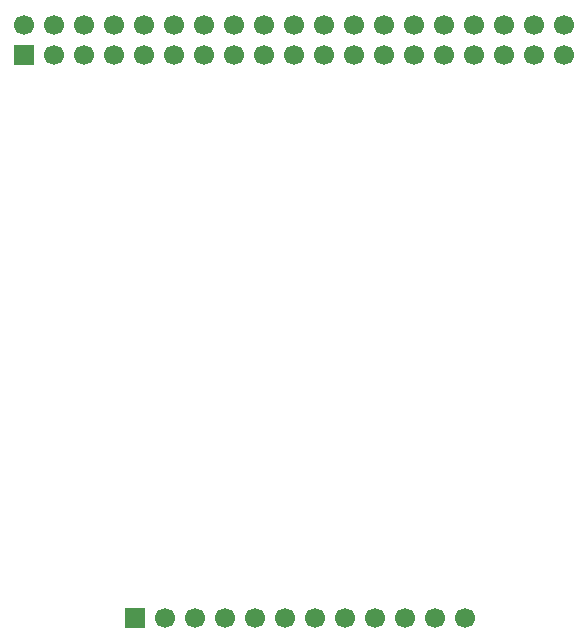
<source format=gbr>
%TF.GenerationSoftware,KiCad,Pcbnew,9.0.7*%
%TF.CreationDate,2026-01-29T21:22:27-07:00*%
%TF.ProjectId,Realsense Adapter,5265616c-7365-46e7-9365-204164617074,1.0-PROTO*%
%TF.SameCoordinates,Original*%
%TF.FileFunction,Soldermask,Bot*%
%TF.FilePolarity,Negative*%
%FSLAX46Y46*%
G04 Gerber Fmt 4.6, Leading zero omitted, Abs format (unit mm)*
G04 Created by KiCad (PCBNEW 9.0.7) date 2026-01-29 21:22:27*
%MOMM*%
%LPD*%
G01*
G04 APERTURE LIST*
%ADD10R,1.700000X1.700000*%
%ADD11C,1.700000*%
G04 APERTURE END LIST*
D10*
%TO.C,J2*%
X121920000Y-76200000D03*
D11*
X121920000Y-73660000D03*
X124460000Y-76200000D03*
X124460000Y-73660000D03*
X127000000Y-76200000D03*
X127000000Y-73660000D03*
X129540000Y-76200000D03*
X129540000Y-73660000D03*
X132080000Y-76200000D03*
X132080000Y-73660000D03*
X134620000Y-76200000D03*
X134620000Y-73660000D03*
X137160000Y-76200000D03*
X137160000Y-73660000D03*
X139700000Y-76200000D03*
X139700000Y-73660000D03*
X142240000Y-76200000D03*
X142240000Y-73660000D03*
X144780000Y-76200000D03*
X144780000Y-73660000D03*
X147320000Y-76200000D03*
X147320000Y-73660000D03*
X149860000Y-76200000D03*
X149860000Y-73660000D03*
X152400000Y-76200000D03*
X152400000Y-73660000D03*
X154940000Y-76200000D03*
X154940000Y-73660000D03*
X157480000Y-76200000D03*
X157480000Y-73660000D03*
X160020000Y-76200000D03*
X160020000Y-73660000D03*
X162560000Y-76200000D03*
X162560000Y-73660000D03*
X165100000Y-76200000D03*
X165100000Y-73660000D03*
X167640000Y-76200000D03*
X167640000Y-73660000D03*
%TD*%
D10*
%TO.C,J3*%
X131320000Y-123835900D03*
D11*
X133860000Y-123835900D03*
X136400000Y-123835900D03*
X138940000Y-123835900D03*
X141480000Y-123835900D03*
X144020000Y-123835900D03*
X146560000Y-123835900D03*
X149100000Y-123835900D03*
X151640000Y-123835900D03*
X154180000Y-123835900D03*
X156720000Y-123835900D03*
X159260000Y-123835900D03*
%TD*%
M02*

</source>
